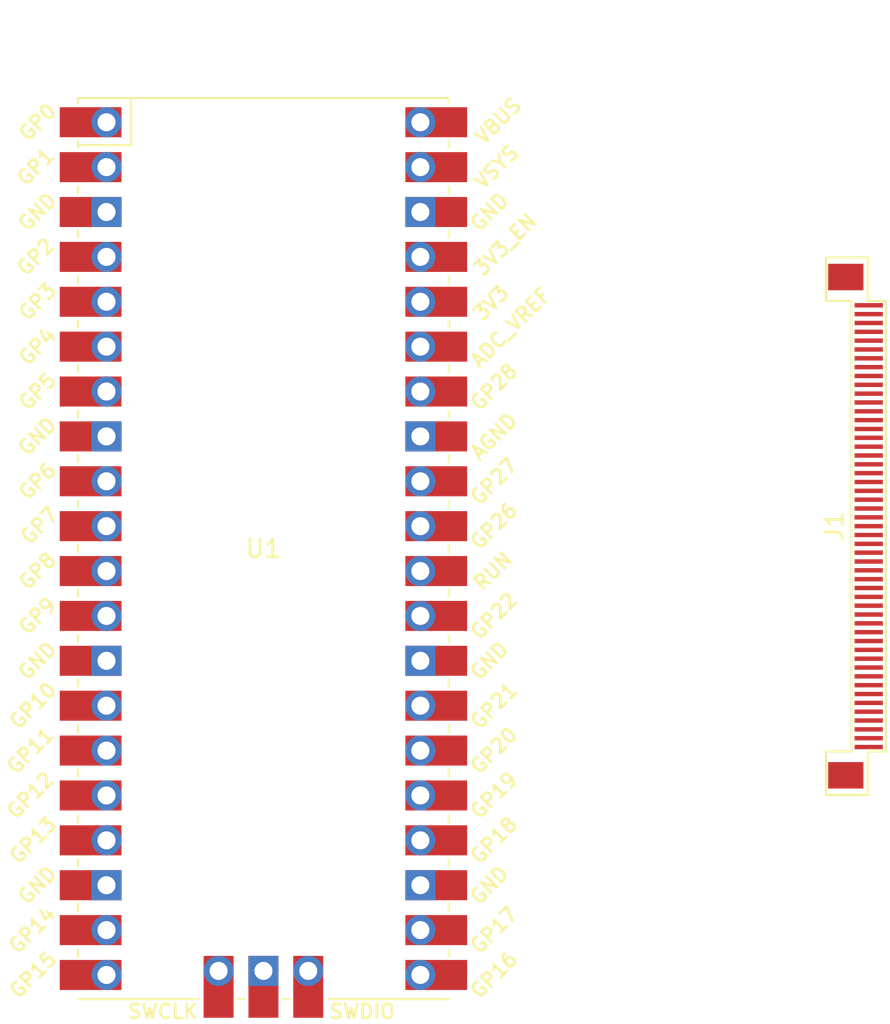
<source format=kicad_pcb>
(kicad_pcb (version 20240108) (generator "pcbnew") (generator_version "8.0")
  (layers (0 "F.Cu" signal) (31 "B.Cu" signal) (34 "B.Paste" user) (35 "F.Paste" user) (36 "B.SilkS" user "B.Silkscreen") (37 "F.SilkS" user "F.Silkscreen") (38 "B.Mask" user) (39 "F.Mask" user) (44 "Edge.Cuts" user))
  (net 0 "")
  (net 19 "/I2C1 SCL")
  (net 20 "/I2C1 SDA")
  (net 21 "/INT")
  (net 24 "/5VS")
  (net 29 "/GND")
  (footprint "fpc_board_ends:FPC_51_0.5" (layer "F.Cu") (at 127 101.6 -90)
    (property "Reference" "J1" (at 0 1.95 90) (layer "F.SilkS"))
    (property "Value" "Conn_01x51_MountingPin")
    (fp_line (start -15.21 2.42) (end -15.21 0.06) (stroke (width 0.12)) (layer "F.SilkS"))
    (fp_line (start -12.75 2.42) (end -15.21 2.42) (stroke (width 0.12)) (layer "F.SilkS"))
    (fp_line (start 12.75 2.42) (end 15.21 2.42) (stroke (width 0.12)) (layer "F.SilkS"))
    (fp_line (start 15.21 2.42) (end 15.21 0.06) (stroke (width 0.12)) (layer "F.SilkS"))
    (fp_line (start -12.75 0.98) (end -12.75 2.42) (stroke (width 0.12)) (layer "F.SilkS"))
    (fp_line (start -12.75 0.98) (end 12.75 0.98) (stroke (width 0.12)) (layer "F.SilkS"))
    (fp_line (start 12.75 0.98) (end 12.75 2.42) (stroke (width 0.12)) (layer "F.SilkS"))
    (fp_line (start -15.21 0.06) (end -12.75 0.06) (stroke (width 0.12)) (layer "F.SilkS"))
    (fp_line (start -12.75 0.06) (end -12.75 -0.98) (stroke (width 0.12)) (layer "F.SilkS"))
    (fp_line (start 12.75 0.06) (end 12.75 -0.98) (stroke (width 0.12)) (layer "F.SilkS"))
    (fp_line (start 15.21 0.06) (end 12.75 0.06) (stroke (width 0.12)) (layer "F.SilkS"))
    (fp_line (start -12.75 -0.98) (end 12.75 -0.98) (stroke (width 0.12)) (layer "F.SilkS"))
    (pad "1" smd rect (at -12.5 0 270) (size 0.25 1.6) (layers "F.Cu" "F.Paste" "F.Mask"))
    (pad "2" smd rect (at -12 0 270) (size 0.25 1.6) (layers "F.Cu" "F.Paste" "F.Mask"))
    (pad "3" smd rect (at -11.5 0 270) (size 0.25 1.6) (layers "F.Cu" "F.Paste" "F.Mask"))
    (pad "4" smd rect (at -11 0 270) (size 0.25 1.6) (layers "F.Cu" "F.Paste" "F.Mask"))
    (pad "5" smd rect (at -10.5 0 270) (size 0.25 1.6) (layers "F.Cu" "F.Paste" "F.Mask"))
    (pad "6" smd rect (at -10 0 270) (size 0.25 1.6) (layers "F.Cu" "F.Paste" "F.Mask"))
    (pad "7" smd rect (at -9.5 0 270) (size 0.25 1.6) (layers "F.Cu" "F.Paste" "F.Mask"))
    (pad "8" smd rect (at -9 0 270) (size 0.25 1.6) (layers "F.Cu" "F.Paste" "F.Mask"))
    (pad "9" smd rect (at -8.5 0 270) (size 0.25 1.6) (layers "F.Cu" "F.Paste" "F.Mask"))
    (pad "10" smd rect (at -8 0 270) (size 0.25 1.6) (layers "F.Cu" "F.Paste" "F.Mask"))
    (pad "11" smd rect (at -7.5 0 270) (size 0.25 1.6) (layers "F.Cu" "F.Paste" "F.Mask"))
    (pad "12" smd rect (at -7 0 270) (size 0.25 1.6) (layers "F.Cu" "F.Paste" "F.Mask"))
    (pad "13" smd rect (at -6.5 0 270) (size 0.25 1.6) (layers "F.Cu" "F.Paste" "F.Mask"))
    (pad "14" smd rect (at -6 0 270) (size 0.25 1.6) (layers "F.Cu" "F.Paste" "F.Mask"))
    (pad "15" smd rect (at -5.5 0 270) (size 0.25 1.6) (layers "F.Cu" "F.Paste" "F.Mask"))
    (pad "16" smd rect (at -5 0 270) (size 0.25 1.6) (layers "F.Cu" "F.Paste" "F.Mask"))
    (pad "17" smd rect (at -4.5 0 270) (size 0.25 1.6) (layers "F.Cu" "F.Paste" "F.Mask"))
    (pad "18" smd rect (at -4 0 270) (size 0.25 1.6) (layers "F.Cu" "F.Paste" "F.Mask"))
    (pad "19" smd rect (at -3.5 0 270) (size 0.25 1.6) (layers "F.Cu" "F.Paste" "F.Mask"))
    (pad "20" smd rect (at -3 0 270) (size 0.25 1.6) (layers "F.Cu" "F.Paste" "F.Mask"))
    (pad "21" smd rect (at -2.5 0 270) (size 0.25 1.6) (layers "F.Cu" "F.Paste" "F.Mask"))
    (pad "22" smd rect (at -2 0 270) (size 0.25 1.6) (layers "F.Cu" "F.Paste" "F.Mask"))
    (pad "23" smd rect (at -1.5 0 270) (size 0.25 1.6) (layers "F.Cu" "F.Paste" "F.Mask"))
    (pad "24" smd rect (at -1 0 270) (size 0.25 1.6) (layers "F.Cu" "F.Paste" "F.Mask"))
    (pad "25" smd rect (at -0.5 0 270) (size 0.25 1.6) (layers "F.Cu" "F.Paste" "F.Mask"))
    (pad "26" smd rect (at 0 0 270) (size 0.25 1.6) (layers "F.Cu" "F.Paste" "F.Mask"))
    (pad "27" smd rect (at 0.5 0 270) (size 0.25 1.6) (layers "F.Cu" "F.Paste" "F.Mask"))
    (pad "28" smd rect (at 1 0 270) (size 0.25 1.6) (layers "F.Cu" "F.Paste" "F.Mask"))
    (pad "29" smd rect (at 1.5 0 270) (size 0.25 1.6) (layers "F.Cu" "F.Paste" "F.Mask"))
    (pad "30" smd rect (at 2 0 270) (size 0.25 1.6) (layers "F.Cu" "F.Paste" "F.Mask"))
    (pad "31" smd rect (at 2.5 0 270) (size 0.25 1.6) (layers "F.Cu" "F.Paste" "F.Mask"))
    (pad "32" smd rect (at 3 0 270) (size 0.25 1.6) (layers "F.Cu" "F.Paste" "F.Mask"))
    (pad "33" smd rect (at 3.5 0 270) (size 0.25 1.6) (layers "F.Cu" "F.Paste" "F.Mask") (net 29 "/GND"))
    (pad "34" smd rect (at 4 0 270) (size 0.25 1.6) (layers "F.Cu" "F.Paste" "F.Mask") (net 19 "/I2C1 SCL"))
    (pad "35" smd rect (at 4.5 0 270) (size 0.25 1.6) (layers "F.Cu" "F.Paste" "F.Mask") (net 21 "/INT"))
    (pad "36" smd rect (at 5 0 270) (size 0.25 1.6) (layers "F.Cu" "F.Paste" "F.Mask") (net 20 "/I2C1 SDA"))
    (pad "37" smd rect (at 5.5 0 270) (size 0.25 1.6) (layers "F.Cu" "F.Paste" "F.Mask"))
    (pad "38" smd rect (at 6 0 270) (size 0.25 1.6) (layers "F.Cu" "F.Paste" "F.Mask"))
    (pad "39" smd rect (at 6.5 0 270) (size 0.25 1.6) (layers "F.Cu" "F.Paste" "F.Mask"))
    (pad "40" smd rect (at 7 0 270) (size 0.25 1.6) (layers "F.Cu" "F.Paste" "F.Mask") (net 24 "/5VS"))
    (pad "41" smd rect (at 7.5 0 270) (size 0.25 1.6) (layers "F.Cu" "F.Paste" "F.Mask"))
    (pad "42" smd rect (at 8 0 270) (size 0.25 1.6) (layers "F.Cu" "F.Paste" "F.Mask"))
    (pad "43" smd rect (at 8.5 0 270) (size 0.25 1.6) (layers "F.Cu" "F.Paste" "F.Mask"))
    (pad "44" smd rect (at 9 0 270) (size 0.25 1.6) (layers "F.Cu" "F.Paste" "F.Mask"))
    (pad "45" smd rect (at 9.5 0 270) (size 0.25 1.6) (layers "F.Cu" "F.Paste" "F.Mask"))
    (pad "46" smd rect (at 10 0 270) (size 0.25 1.6) (layers "F.Cu" "F.Paste" "F.Mask"))
    (pad "47" smd rect (at 10.5 0 270) (size 0.25 1.6) (layers "F.Cu" "F.Paste" "F.Mask"))
    (pad "48" smd rect (at 11 0 270) (size 0.25 1.6) (layers "F.Cu" "F.Paste" "F.Mask"))
    (pad "49" smd rect (at 11.5 0 270) (size 0.25 1.6) (layers "F.Cu" "F.Paste" "F.Mask"))
    (pad "50" smd rect (at 12 0 270) (size 0.25 1.6) (layers "F.Cu" "F.Paste" "F.Mask"))
    (pad "51" smd rect (at 12.5 0 270) (size 0.25 1.6) (layers "F.Cu" "F.Paste" "F.Mask"))
    (pad "MP" smd rect (at -14.1 1.3 270) (size 1.5 2) (layers "F.Cu" "F.Paste" "F.Mask"))
    (pad "MP" smd rect (at 14.1 1.3 270) (size 1.5 2) (layers "F.Cu" "F.Paste" "F.Mask"))
  )
  (footprint "MCU_RaspberryPi_and_Boards:RPi_Pico_SMD_TH" (layer "F.Cu") (at 92.71 102.87)
    (property "Reference" "U1" (at 0 0 0) (layer "F.SilkS"))
    (property "Value" "Pico")
    (fp_line (start -10.5 -25.5) (end -10.5 -25.2) (stroke (width 0.12)) (layer "F.SilkS"))
    (fp_line (start -10.5 -25.5) (end 10.5 -25.5) (stroke (width 0.12)) (layer "F.SilkS"))
    (fp_line (start -10.5 -23.1) (end -10.5 -22.7) (stroke (width 0.12)) (layer "F.SilkS"))
    (fp_line (start -10.5 -22.833) (end -7.493 -22.833) (stroke (width 0.12)) (layer "F.SilkS"))
    (fp_line (start -10.5 -20.5) (end -10.5 -20.1) (stroke (width 0.12)) (layer "F.SilkS"))
    (fp_line (start -10.5 -18) (end -10.5 -17.6) (stroke (width 0.12)) (layer "F.SilkS"))
    (fp_line (start -10.5 -15.4) (end -10.5 -15) (stroke (width 0.12)) (layer "F.SilkS"))
    (fp_line (start -10.5 -12.9) (end -10.5 -12.5) (stroke (width 0.12)) (layer "F.SilkS"))
    (fp_line (start -10.5 -10.4) (end -10.5 -10) (stroke (width 0.12)) (layer "F.SilkS"))
    (fp_line (start -10.5 -7.8) (end -10.5 -7.4) (stroke (width 0.12)) (layer "F.SilkS"))
    (fp_line (start -10.5 -5.3) (end -10.5 -4.9) (stroke (width 0.12)) (layer "F.SilkS"))
    (fp_line (start -10.5 -2.7) (end -10.5 -2.3) (stroke (width 0.12)) (layer "F.SilkS"))
    (fp_line (start -10.5 -0.2) (end -10.5 0.2) (stroke (width 0.12)) (layer "F.SilkS"))
    (fp_line (start -10.5 2.3) (end -10.5 2.7) (stroke (width 0.12)) (layer "F.SilkS"))
    (fp_line (start -10.5 4.9) (end -10.5 5.3) (stroke (width 0.12)) (layer "F.SilkS"))
    (fp_line (start -10.5 7.4) (end -10.5 7.8) (stroke (width 0.12)) (layer "F.SilkS"))
    (fp_line (start -10.5 10) (end -10.5 10.4) (stroke (width 0.12)) (layer "F.SilkS"))
    (fp_line (start -10.5 12.5) (end -10.5 12.9) (stroke (width 0.12)) (layer "F.SilkS"))
    (fp_line (start -10.5 15.1) (end -10.5 15.5) (stroke (width 0.12)) (layer "F.SilkS"))
    (fp_line (start -10.5 17.6) (end -10.5 18) (stroke (width 0.12)) (layer "F.SilkS"))
    (fp_line (start -10.5 20.1) (end -10.5 20.5) (stroke (width 0.12)) (layer "F.SilkS"))
    (fp_line (start -10.5 22.7) (end -10.5 23.1) (stroke (width 0.12)) (layer "F.SilkS"))
    (fp_line (start -7.493 -22.833) (end -7.493 -25.5) (stroke (width 0.12)) (layer "F.SilkS"))
    (fp_line (start -3.7 25.5) (end -10.5 25.5) (stroke (width 0.12)) (layer "F.SilkS"))
    (fp_line (start -1.5 25.5) (end -1.1 25.5) (stroke (width 0.12)) (layer "F.SilkS"))
    (fp_line (start 1.1 25.5) (end 1.5 25.5) (stroke (width 0.12)) (layer "F.SilkS"))
    (fp_line (start 10.5 -25.5) (end 10.5 -25.2) (stroke (width 0.12)) (layer "F.SilkS"))
    (fp_line (start 10.5 -23.1) (end 10.5 -22.7) (stroke (width 0.12)) (layer "F.SilkS"))
    (fp_line (start 10.5 -20.5) (end 10.5 -20.1) (stroke (width 0.12)) (layer "F.SilkS"))
    (fp_line (start 10.5 -18) (end 10.5 -17.6) (stroke (width 0.12)) (layer "F.SilkS"))
    (fp_line (start 10.5 -15.4) (end 10.5 -15) (stroke (width 0.12)) (layer "F.SilkS"))
    (fp_line (start 10.5 -12.9) (end 10.5 -12.5) (stroke (width 0.12)) (layer "F.SilkS"))
    (fp_line (start 10.5 -10.4) (end 10.5 -10) (stroke (width 0.12)) (layer "F.SilkS"))
    (fp_line (start 10.5 -7.8) (end 10.5 -7.4) (stroke (width 0.12)) (layer "F.SilkS"))
    (fp_line (start 10.5 -5.3) (end 10.5 -4.9) (stroke (width 0.12)) (layer "F.SilkS"))
    (fp_line (start 10.5 -2.7) (end 10.5 -2.3) (stroke (width 0.12)) (layer "F.SilkS"))
    (fp_line (start 10.5 -0.2) (end 10.5 0.2) (stroke (width 0.12)) (layer "F.SilkS"))
    (fp_line (start 10.5 2.3) (end 10.5 2.7) (stroke (width 0.12)) (layer "F.SilkS"))
    (fp_line (start 10.5 4.9) (end 10.5 5.3) (stroke (width 0.12)) (layer "F.SilkS"))
    (fp_line (start 10.5 7.4) (end 10.5 7.8) (stroke (width 0.12)) (layer "F.SilkS"))
    (fp_line (start 10.5 10) (end 10.5 10.4) (stroke (width 0.12)) (layer "F.SilkS"))
    (fp_line (start 10.5 12.5) (end 10.5 12.9) (stroke (width 0.12)) (layer "F.SilkS"))
    (fp_line (start 10.5 15.1) (end 10.5 15.5) (stroke (width 0.12)) (layer "F.SilkS"))
    (fp_line (start 10.5 17.6) (end 10.5 18) (stroke (width 0.12)) (layer "F.SilkS"))
    (fp_line (start 10.5 20.1) (end 10.5 20.5) (stroke (width 0.12)) (layer "F.SilkS"))
    (fp_line (start 10.5 22.7) (end 10.5 23.1) (stroke (width 0.12)) (layer "F.SilkS"))
    (fp_line (start 10.5 25.5) (end 3.7 25.5) (stroke (width 0.12)) (layer "F.SilkS"))
    (fp_text user "GP27" (at 13.054 -3.8 45) (layer "F.SilkS") (effects (font (size 0.8 0.8))))
    (fp_text user "GP26" (at 13.054 -1.27 45) (layer "F.SilkS") (effects (font (size 0.8 0.8))))
    (fp_text user "3V3" (at 12.9 -13.9 45) (layer "F.SilkS") (effects (font (size 0.8 0.8))))
    (fp_text user "GP16" (at 13.054 24.13 45) (layer "F.SilkS") (effects (font (size 0.8 0.8))))
    (fp_text user "3V3_EN" (at 13.7 -17.2 45) (layer "F.SilkS") (effects (font (size 0.8 0.8))))
    (fp_text user "GP20" (at 13.054 11.43 45) (layer "F.SilkS") (effects (font (size 0.8 0.8))))
    (fp_text user "GP5" (at -12.8 -8.89 45) (layer "F.SilkS") (effects (font (size 0.8 0.8))))
    (fp_text user "GP9" (at -12.8 3.81 45) (layer "F.SilkS") (effects (font (size 0.8 0.8))))
    (fp_text user "GND" (at 12.8 -19.05 45) (layer "F.SilkS") (effects (font (size 0.8 0.8))))
    (fp_text user "GP18" (at 13.054 16.51 45) (layer "F.SilkS") (effects (font (size 0.8 0.8))))
    (fp_text user "GND" (at 12.8 6.35 45) (layer "F.SilkS") (effects (font (size 0.8 0.8))))
    (fp_text user "GND" (at 12.8 19.05 45) (layer "F.SilkS") (effects (font (size 0.8 0.8))))
    (fp_text user "GP0" (at -12.8 -24.13 45) (layer "F.SilkS") (effects (font (size 0.8 0.8))))
    (fp_text user "GP13" (at -13.054 16.51 45) (layer "F.SilkS") (effects (font (size 0.8 0.8))))
    (fp_text user "GP7" (at -12.7 -1.3 45) (layer "F.SilkS") (effects (font (size 0.8 0.8))))
    (fp_text user "RUN" (at 13 1.27 45) (layer "F.SilkS") (effects (font (size 0.8 0.8))))
    (fp_text user "GP28" (at 13.054 -9.144 45) (layer "F.SilkS") (effects (font (size 0.8 0.8))))
    (fp_text user "VSYS" (at 13.2 -21.59 45) (layer "F.SilkS") (effects (font (size 0.8 0.8))))
    (fp_text user "VBUS" (at 13.3 -24.2 45) (layer "F.SilkS") (effects (font (size 0.8 0.8))))
    (fp_text user "GP12" (at -13.2 13.97 45) (layer "F.SilkS") (effects (font (size 0.8 0.8))))
    (fp_text user "GND" (at -12.8 6.35 45) (layer "F.SilkS") (effects (font (size 0.8 0.8))))
    (fp_text user "GP17" (at 13.054 21.59 45) (layer "F.SilkS") (effects (font (size 0.8 0.8))))
    (fp_text user "AGND" (at 13.054 -6.35 45) (layer "F.SilkS") (effects (font (size 0.8 0.8))))
    (fp_text user "GP21" (at 13.054 8.9 45) (layer "F.SilkS") (effects (font (size 0.8 0.8))))
    (fp_text user "GP11" (at -13.2 11.43 45) (layer "F.SilkS") (effects (font (size 0.8 0.8))))
    (fp_text user "GP15" (at -13.054 24.13 45) (layer "F.SilkS") (effects (font (size 0.8 0.8))))
    (fp_text user "GP6" (at -12.8 -3.81 45) (layer "F.SilkS") (effects (font (size 0.8 0.8))))
    (fp_text user "ADC_VREF" (at 14 -12.5 45) (layer "F.SilkS") (effects (font (size 0.8 0.8))))
    (fp_text user "GP2" (at -12.9 -16.51 45) (layer "F.SilkS") (effects (font (size 0.8 0.8))))
    (fp_text user "GP22" (at 13.054 3.81 45) (layer "F.SilkS") (effects (font (size 0.8 0.8))))
    (fp_text user "GP8" (at -12.8 1.27 45) (layer "F.SilkS") (effects (font (size 0.8 0.8))))
    (fp_text user "SWCLK" (at -5.7 26.2 0) (layer "F.SilkS") (effects (font (size 0.8 0.8))))
    (fp_text user "SWDIO" (at 5.6 26.2 0) (layer "F.SilkS") (effects (font (size 0.8 0.8))))
    (fp_text user "GP1" (at -12.9 -21.6 45) (layer "F.SilkS") (effects (font (size 0.8 0.8))))
    (fp_text user "GND" (at -12.8 -6.35 45) (layer "F.SilkS") (effects (font (size 0.8 0.8))))
    (fp_text user "GP4" (at -12.8 -11.43 45) (layer "F.SilkS") (effects (font (size 0.8 0.8))))
    (fp_text user "GND" (at -12.8 19.05 45) (layer "F.SilkS") (effects (font (size 0.8 0.8))))
    (fp_text user "GP3" (at -12.8 -13.97 45) (layer "F.SilkS") (effects (font (size 0.8 0.8))))
    (fp_text user "GP19" (at 13.054 13.97 45) (layer "F.SilkS") (effects (font (size 0.8 0.8))))
    (fp_text user "GP10" (at -13.054 8.89 45) (layer "F.SilkS") (effects (font (size 0.8 0.8))))
    (fp_text user "GND" (at -12.8 -19.05 45) (layer "F.SilkS") (effects (font (size 0.8 0.8))))
    (fp_text user "GP14" (at -13.1 21.59 45) (layer "F.SilkS") (effects (font (size 0.8 0.8))))
    (pad "" np_thru_hole oval (at -2.725 -24) (size 1.8 1.8) (drill 1.8) (layers "*.Cu" "*.Mask"))
    (pad "" np_thru_hole oval (at -2.425 -20.97) (size 1.5 1.5) (drill 1.5) (layers "*.Cu" "*.Mask"))
    (pad "" np_thru_hole oval (at 2.425 -20.97) (size 1.5 1.5) (drill 1.5) (layers "*.Cu" "*.Mask"))
    (pad "" np_thru_hole oval (at 2.725 -24) (size 1.8 1.8) (drill 1.8) (layers "*.Cu" "*.Mask"))
    (pad "1" thru_hole oval (at -8.89 -24.13) (size 1.7 1.7) (drill 1.02) (layers "*.Cu" "*.Mask"))
    (pad "1" smd rect (at -8.89 -24.13) (size 3.5 1.7) (drill (offset -0.9 0)) (layers "F.Cu" "F.Mask"))
    (pad "2" thru_hole oval (at -8.89 -21.59) (size 1.7 1.7) (drill 1.02) (layers "*.Cu" "*.Mask"))
    (pad "2" smd rect (at -8.89 -21.59) (size 3.5 1.7) (drill (offset -0.9 0)) (layers "F.Cu" "F.Mask"))
    (pad "3" thru_hole rect (at -8.89 -19.05) (size 1.7 1.7) (drill 1.02) (layers "*.Cu" "*.Mask"))
    (pad "3" smd rect (at -8.89 -19.05) (size 3.5 1.7) (drill (offset -0.9 0)) (layers "F.Cu" "F.Mask"))
    (pad "4" thru_hole oval (at -8.89 -16.51) (size 1.7 1.7) (drill 1.02) (layers "*.Cu" "*.Mask"))
    (pad "4" smd rect (at -8.89 -16.51) (size 3.5 1.7) (drill (offset -0.9 0)) (layers "F.Cu" "F.Mask"))
    (pad "5" thru_hole oval (at -8.89 -13.97) (size 1.7 1.7) (drill 1.02) (layers "*.Cu" "*.Mask"))
    (pad "5" smd rect (at -8.89 -13.97) (size 3.5 1.7) (drill (offset -0.9 0)) (layers "F.Cu" "F.Mask"))
    (pad "6" thru_hole oval (at -8.89 -11.43) (size 1.7 1.7) (drill 1.02) (layers "*.Cu" "*.Mask"))
    (pad "6" smd rect (at -8.89 -11.43) (size 3.5 1.7) (drill (offset -0.9 0)) (layers "F.Cu" "F.Mask"))
    (pad "7" thru_hole oval (at -8.89 -8.89) (size 1.7 1.7) (drill 1.02) (layers "*.Cu" "*.Mask"))
    (pad "7" smd rect (at -8.89 -8.89) (size 3.5 1.7) (drill (offset -0.9 0)) (layers "F.Cu" "F.Mask"))
    (pad "8" thru_hole rect (at -8.89 -6.35) (size 1.7 1.7) (drill 1.02) (layers "*.Cu" "*.Mask"))
    (pad "8" smd rect (at -8.89 -6.35) (size 3.5 1.7) (drill (offset -0.9 0)) (layers "F.Cu" "F.Mask"))
    (pad "9" thru_hole oval (at -8.89 -3.81) (size 1.7 1.7) (drill 1.02) (layers "*.Cu" "*.Mask"))
    (pad "9" smd rect (at -8.89 -3.81) (size 3.5 1.7) (drill (offset -0.9 0)) (layers "F.Cu" "F.Mask"))
    (pad "10" thru_hole oval (at -8.89 -1.27) (size 1.7 1.7) (drill 1.02) (layers "*.Cu" "*.Mask"))
    (pad "10" smd rect (at -8.89 -1.27) (size 3.5 1.7) (drill (offset -0.9 0)) (layers "F.Cu" "F.Mask"))
    (pad "11" thru_hole oval (at -8.89 1.27) (size 1.7 1.7) (drill 1.02) (layers "*.Cu" "*.Mask"))
    (pad "11" smd rect (at -8.89 1.27) (size 3.5 1.7) (drill (offset -0.9 0)) (layers "F.Cu" "F.Mask"))
    (pad "12" thru_hole oval (at -8.89 3.81) (size 1.7 1.7) (drill 1.02) (layers "*.Cu" "*.Mask"))
    (pad "12" smd rect (at -8.89 3.81) (size 3.5 1.7) (drill (offset -0.9 0)) (layers "F.Cu" "F.Mask"))
    (pad "13" thru_hole rect (at -8.89 6.35) (size 1.7 1.7) (drill 1.02) (layers "*.Cu" "*.Mask"))
    (pad "13" smd rect (at -8.89 6.35) (size 3.5 1.7) (drill (offset -0.9 0)) (layers "F.Cu" "F.Mask"))
    (pad "14" thru_hole oval (at -8.89 8.89) (size 1.7 1.7) (drill 1.02) (layers "*.Cu" "*.Mask"))
    (pad "14" smd rect (at -8.89 8.89) (size 3.5 1.7) (drill (offset -0.9 0)) (layers "F.Cu" "F.Mask"))
    (pad "15" thru_hole oval (at -8.89 11.43) (size 1.7 1.7) (drill 1.02) (layers "*.Cu" "*.Mask"))
    (pad "15" smd rect (at -8.89 11.43) (size 3.5 1.7) (drill (offset -0.9 0)) (layers "F.Cu" "F.Mask"))
    (pad "16" thru_hole oval (at -8.89 13.97) (size 1.7 1.7) (drill 1.02) (layers "*.Cu" "*.Mask"))
    (pad "16" smd rect (at -8.89 13.97) (size 3.5 1.7) (drill (offset -0.9 0)) (layers "F.Cu" "F.Mask"))
    (pad "17" thru_hole oval (at -8.89 16.51) (size 1.7 1.7) (drill 1.02) (layers "*.Cu" "*.Mask"))
    (pad "17" smd rect (at -8.89 16.51) (size 3.5 1.7) (drill (offset -0.9 0)) (layers "F.Cu" "F.Mask"))
    (pad "18" thru_hole rect (at -8.89 19.05) (size 1.7 1.7) (drill 1.02) (layers "*.Cu" "*.Mask"))
    (pad "18" smd rect (at -8.89 19.05) (size 3.5 1.7) (drill (offset -0.9 0)) (layers "F.Cu" "F.Mask"))
    (pad "19" thru_hole oval (at -8.89 21.59) (size 1.7 1.7) (drill 1.02) (layers "*.Cu" "*.Mask"))
    (pad "19" smd rect (at -8.89 21.59) (size 3.5 1.7) (drill (offset -0.9 0)) (layers "F.Cu" "F.Mask"))
    (pad "20" thru_hole oval (at -8.89 24.13) (size 1.7 1.7) (drill 1.02) (layers "*.Cu" "*.Mask"))
    (pad "20" smd rect (at -8.89 24.13) (size 3.5 1.7) (drill (offset -0.9 0)) (layers "F.Cu" "F.Mask"))
    (pad "21" thru_hole oval (at 8.89 24.13) (size 1.7 1.7) (drill 1.02) (layers "*.Cu" "*.Mask"))
    (pad "21" smd rect (at 8.89 24.13) (size 3.5 1.7) (drill (offset 0.9 0)) (layers "F.Cu" "F.Mask"))
    (pad "22" thru_hole oval (at 8.89 21.59) (size 1.7 1.7) (drill 1.02) (layers "*.Cu" "*.Mask") (net 21 "/INT"))
    (pad "22" smd rect (at 8.89 21.59) (size 3.5 1.7) (drill (offset 0.9 0)) (layers "F.Cu" "F.Mask") (net 21 "/INT"))
    (pad "23" thru_hole rect (at 8.89 19.05) (size 1.7 1.7) (drill 1.02) (layers "*.Cu" "*.Mask"))
    (pad "23" smd rect (at 8.89 19.05) (size 3.5 1.7) (drill (offset 0.9 0)) (layers "F.Cu" "F.Mask"))
    (pad "24" thru_hole oval (at 8.89 16.51) (size 1.7 1.7) (drill 1.02) (layers "*.Cu" "*.Mask"))
    (pad "24" smd rect (at 8.89 16.51) (size 3.5 1.7) (drill (offset 0.9 0)) (layers "F.Cu" "F.Mask"))
    (pad "25" thru_hole oval (at 8.89 13.97) (size 1.7 1.7) (drill 1.02) (layers "*.Cu" "*.Mask"))
    (pad "25" smd rect (at 8.89 13.97) (size 3.5 1.7) (drill (offset 0.9 0)) (layers "F.Cu" "F.Mask"))
    (pad "26" thru_hole oval (at 8.89 11.43) (size 1.7 1.7) (drill 1.02) (layers "*.Cu" "*.Mask") (net 20 "/I2C1 SDA"))
    (pad "26" smd rect (at 8.89 11.43) (size 3.5 1.7) (drill (offset 0.9 0)) (layers "F.Cu" "F.Mask") (net 20 "/I2C1 SDA"))
    (pad "27" thru_hole oval (at 8.89 8.89) (size 1.7 1.7) (drill 1.02) (layers "*.Cu" "*.Mask") (net 19 "/I2C1 SCL"))
    (pad "27" smd rect (at 8.89 8.89) (size 3.5 1.7) (drill (offset 0.9 0)) (layers "F.Cu" "F.Mask") (net 19 "/I2C1 SCL"))
    (pad "28" thru_hole rect (at 8.89 6.35) (size 1.7 1.7) (drill 1.02) (layers "*.Cu" "*.Mask"))
    (pad "28" smd rect (at 8.89 6.35) (size 3.5 1.7) (drill (offset 0.9 0)) (layers "F.Cu" "F.Mask"))
    (pad "29" thru_hole oval (at 8.89 3.81) (size 1.7 1.7) (drill 1.02) (layers "*.Cu" "*.Mask"))
    (pad "29" smd rect (at 8.89 3.81) (size 3.5 1.7) (drill (offset 0.9 0)) (layers "F.Cu" "F.Mask"))
    (pad "30" thru_hole oval (at 8.89 1.27) (size 1.7 1.7) (drill 1.02) (layers "*.Cu" "*.Mask"))
    (pad "30" smd rect (at 8.89 1.27) (size 3.5 1.7) (drill (offset 0.9 0)) (layers "F.Cu" "F.Mask"))
    (pad "31" thru_hole oval (at 8.89 -1.27) (size 1.7 1.7) (drill 1.02) (layers "*.Cu" "*.Mask"))
    (pad "31" smd rect (at 8.89 -1.27) (size 3.5 1.7) (drill (offset 0.9 0)) (layers "F.Cu" "F.Mask"))
    (pad "32" thru_hole oval (at 8.89 -3.81) (size 1.7 1.7) (drill 1.02) (layers "*.Cu" "*.Mask"))
    (pad "32" smd rect (at 8.89 -3.81) (size 3.5 1.7) (drill (offset 0.9 0)) (layers "F.Cu" "F.Mask"))
    (pad "33" thru_hole rect (at 8.89 -6.35) (size 1.7 1.7) (drill 1.02) (layers "*.Cu" "*.Mask"))
    (pad "33" smd rect (at 8.89 -6.35) (size 3.5 1.7) (drill (offset 0.9 0)) (layers "F.Cu" "F.Mask"))
    (pad "34" thru_hole oval (at 8.89 -8.89) (size 1.7 1.7) (drill 1.02) (layers "*.Cu" "*.Mask"))
    (pad "34" smd rect (at 8.89 -8.89) (size 3.5 1.7) (drill (offset 0.9 0)) (layers "F.Cu" "F.Mask"))
    (pad "35" thru_hole oval (at 8.89 -11.43) (size 1.7 1.7) (drill 1.02) (layers "*.Cu" "*.Mask"))
    (pad "35" smd rect (at 8.89 -11.43) (size 3.5 1.7) (drill (offset 0.9 0)) (layers "F.Cu" "F.Mask"))
    (pad "36" thru_hole oval (at 8.89 -13.97) (size 1.7 1.7) (drill 1.02) (layers "*.Cu" "*.Mask") (net 24 "/5VS"))
    (pad "36" smd rect (at 8.89 -13.97) (size 3.5 1.7) (drill (offset 0.9 0)) (layers "F.Cu" "F.Mask") (net 24 "/5VS"))
    (pad "37" thru_hole oval (at 8.89 -16.51) (size 1.7 1.7) (drill 1.02) (layers "*.Cu" "*.Mask"))
    (pad "37" smd rect (at 8.89 -16.51) (size 3.5 1.7) (drill (offset 0.9 0)) (layers "F.Cu" "F.Mask"))
    (pad "38" thru_hole rect (at 8.89 -19.05) (size 1.7 1.7) (drill 1.02) (layers "*.Cu" "*.Mask") (net 29 "/GND"))
    (pad "38" smd rect (at 8.89 -19.05) (size 3.5 1.7) (drill (offset 0.9 0)) (layers "F.Cu" "F.Mask") (net 29 "/GND"))
    (pad "39" thru_hole oval (at 8.89 -21.59) (size 1.7 1.7) (drill 1.02) (layers "*.Cu" "*.Mask"))
    (pad "39" smd rect (at 8.89 -21.59) (size 3.5 1.7) (drill (offset 0.9 0)) (layers "F.Cu" "F.Mask"))
    (pad "40" thru_hole oval (at 8.89 -24.13) (size 1.7 1.7) (drill 1.02) (layers "*.Cu" "*.Mask"))
    (pad "40" smd rect (at 8.89 -24.13) (size 3.5 1.7) (drill (offset 0.9 0)) (layers "F.Cu" "F.Mask"))
    (pad "41" thru_hole oval (at -2.54 23.9) (size 1.7 1.7) (drill 1.02) (layers "*.Cu" "*.Mask"))
    (pad "41" smd rect (at -2.54 23.9 90) (size 3.5 1.7) (drill (offset -0.9 0)) (layers "F.Cu" "F.Mask"))
    (pad "42" thru_hole rect (at 0 23.9) (size 1.7 1.7) (drill 1.02) (layers "*.Cu" "*.Mask"))
    (pad "42" smd rect (at 0 23.9 90) (size 3.5 1.7) (drill (offset -0.9 0)) (layers "F.Cu" "F.Mask"))
    (pad "43" thru_hole oval (at 2.54 23.9) (size 1.7 1.7) (drill 1.02) (layers "*.Cu" "*.Mask"))
    (pad "43" smd rect (at 2.54 23.9 90) (size 3.5 1.7) (drill (offset -0.9 0)) (layers "F.Cu" "F.Mask"))
  )
)
</source>
